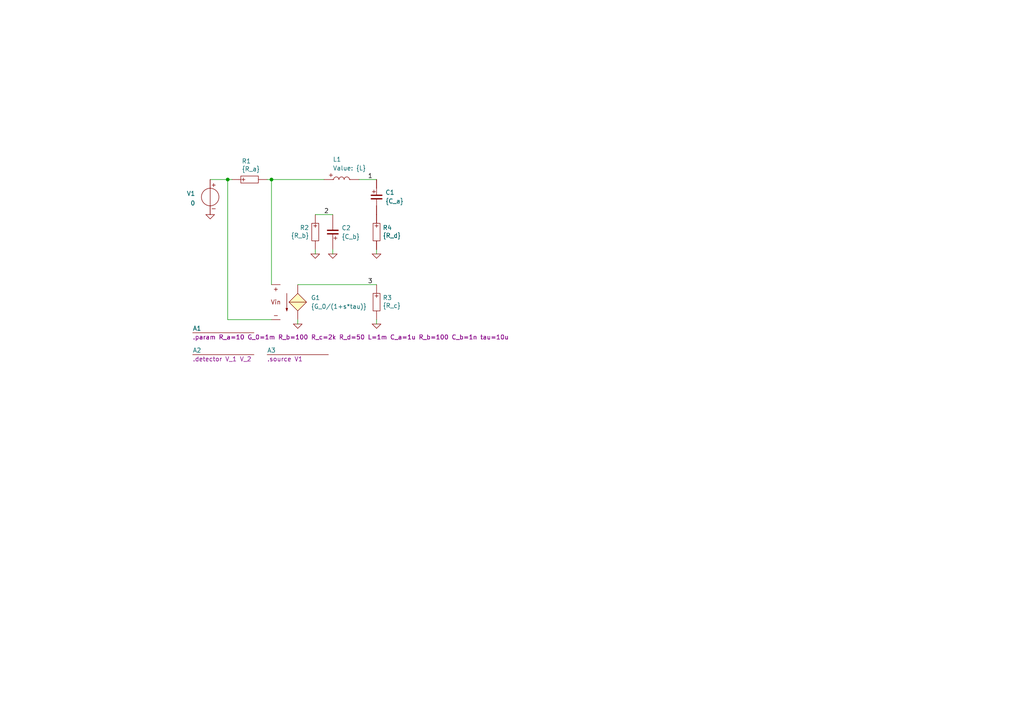
<source format=kicad_sch>
(kicad_sch (version 20250114) (generator "eeschema") (generator_version "9.0")
  (paper "A4")
  (title_block (title "myPassiveNetwork"))
  (lib_symbols
    (symbol "SLiCAP:C" (pin_numbers (hide yes)) (pin_names (offset 1.016) (hide yes))
      (property "Reference" "C?" (at 13.97 3.81 0))
      (property "Value" "{C}" (at 12.7 1.27 0) (show_name))
      (property "vinit" "0" (at 16.51 -1.27 0) (show_name))
      (symbol "C_0_0"
        (text "+" (at 9.398 1.651 0) (effects (font (size 1.27 1.27))))
        (pin passive line (at 10.16 5.08 270) (length 2.54) (name "2") (number "2"))
        (pin passive line (at 10.16 -5.08 90) (length 2.54) (name "1") (number "1"))
      )
      (symbol "C_0_1"
        (polyline (pts (xy 8.636 0.508) (xy 11.684 0.508)) (stroke (width 0.381)))
        (polyline (pts (xy 8.636 -0.508) (xy 11.684 -0.508)) (stroke (width 0.381)))
        (polyline (pts (xy 10.16 2.54) (xy 10.16 0.508)))
        (polyline (pts (xy 10.16 -2.54) (xy 10.16 -0.508)))
      )
    )
    (symbol "SLiCAP:Command" (pin_numbers (hide yes)) (pin_names (offset 0) (hide yes))
      (property "Reference" "A?" (at 0 1.27 0))
      (property "command" "?" (at 0 -1.905 0))
      (symbol "Command_0_1"
        (polyline (pts (xy 0 0) (xy 17.78 0)))
      )
    )
    (symbol "SLiCAP:G" (pin_numbers (hide yes)) (pin_names (offset 0) (hide yes))
      (property "Reference" "G?" (at 3.175 1.27 0))
      (property "Value" "?" (at 3.175 -1.27 0) (show_name))
      (symbol "G_0_0"
        (text "+" (at -6.35 3.81 0) (effects (font (size 1.27 1.27))))
        (text "-" (at -6.35 -3.81 0) (effects (font (size 1.27 1.27))))
        (pin power_out line (at 0 5.08 270) (length 2.54) (name "p") (number "1"))
      )
      (symbol "G_0_1"
        (polyline (pts (xy -3.175 -2.54) (xy -3.175 2.54)))
        (polyline (pts (xy -3.175 -2.54) (xy -3.429 -1.778) (xy -2.921 -1.778) (xy -3.175 -2.54)) (fill (type outline)))
        (polyline (pts (xy 2.54 0) (xy -2.54 0)))
      )
      (symbol "G_1_0"
        (pin power_out line (at 0 -5.08 90) (length 2.54) (name "outN") (number "2"))
      )
      (symbol "G_1_1"
        (polyline (pts (xy 0 2.54) (xy -2.54 0) (xy 0 -2.54) (xy 2.54 0) (xy 0 2.54)) (fill (type background)))
        (text "Vin" (at -6.35 0 0) (effects (font (size 1.27 1.27))))
        (pin input line (at -7.62 5.08 0) (length 2.54) (name "inp") (number "3"))
        (pin input line (at -7.62 -5.08 0) (length 2.54) (name "inN") (number "4"))
      )
    )
    (symbol "SLiCAP:L" (pin_numbers (hide yes)) (pin_names (offset 1.016) (hide yes))
      (property "Reference" "L?" (at 2.54 3.81 0))
      (property "Value" "?" (at 2.54 1.27 0) (show_name))
      (property "iinit" "0" (at 5.715 -1.27 0) (show_name))
      (symbol "L_0_0"
        (text "+" (at 1.27 3.175 0) (effects (font (size 1.27 1.27))))
      )
      (symbol "L_0_1"
        (arc (start 0 2.286) (mid 0.759 1.524) (end 0 0.762))
        (arc (start 0 0.762) (mid 0.759 0) (end 0 -0.762))
        (arc (start 0 -0.762) (mid 0.759 -1.524) (end 0 -2.286))
        (polyline (pts (xy 0 2.286) (xy 0 2.54)))
        (polyline (pts (xy 0 -2.54) (xy 0 -2.286)))
      )
      (symbol "L_1_0"
        (pin passive line (at 0 5.08 270) (length 2.54) (name "1") (number "1"))
        (pin passive line (at 0 -5.08 90) (length 2.54) (name "2") (number "2"))
      )
    )
    (symbol "SLiCAP:R" (pin_numbers (hide yes)) (pin_names (offset 1.016) (hide yes))
      (property "Reference" "R?" (at 12.065 3.81 0))
      (property "Value" "{R}" (at 12.065 1.905 0) (show_name))
      (property "noisetemp" "0" (at 12.065 0 0) (show_name))
      (property "noiseflow" "0" (at 25.4 0 0) (show_name))
      (property "dcvar" "0" (at 12.065 -1.905 0) (show_name))
      (property "dcvarlot" "0" (at 25.4 -1.905 0) (show_name))
      (symbol "R_0_0"
        (text "+" (at 10.16 1.905 0) (effects (font (size 1.27 1.27))))
        (pin passive line (at 10.16 5.08 270) (length 2.54) (name "2") (number "2"))
        (pin passive line (at 10.16 -5.08 90) (length 2.54) (name "1") (number "1"))
      )
      (symbol "R_0_1"
        (rectangle (start 9.144 2.54) (end 11.176 -2.54))
      )
    )
    (symbol "SLiCAP:V" (pin_numbers (hide yes)) (pin_names (offset 0) (hide yes))
      (property "Reference" "V?" (at 3.175 4.445 0))
      (property "Value" "{V}" (at 3.175 2.54 0) (show_name))
      (property "noise" "0" (at 3.175 -3.175 0) (show_name))
      (property "dc" "0" (at 3.175 0.635 0) (show_name))
      (property "dcvar" "0" (at 3.175 -1.27 0) (show_name))
      (symbol "V_0_0"
        (circle (center 0 0) (radius 2.54))
        (text "+" (at -1.016 3.556 0) (effects (font (size 1.27 1.27))))
        (text "-" (at -1.016 -3.302 0) (effects (font (size 1.27 1.27))))
        (pin power_out line (at 0 5.08 270) (length 2.54) (name "p") (number "1"))
        (pin power_out line (at 0 -5.08 90) (length 2.54) (name "n") (number "2"))
      )
      (symbol "V_0_1"
        (polyline (pts (xy 0 2.54) (xy 0 -2.54)))
      )
    )
    (symbol "Simulation_SPICE:0" (power) (pin_names (offset 0))
      (property "Value" "0" (at 0 -1.778 0))
      (symbol "0_0_1"
        (polyline (pts (xy -1.27 0) (xy 0 -1.27) (xy 1.27 0) (xy -1.27 0)))
      )
      (symbol "0_1_1"
        (pin power_in line (at 0 0 0) (length 0) (hide yes) (name "0") (number "1"))
      )
    )
  )
  (junction (at 78.74 52.07))
  (junction (at 66.04 52.07))
  (wire (pts (xy 66.04 52.07) (xy 66.04 92.71)))
  (wire (pts (xy 91.44 73.66) (xy 91.44 72.39)))
  (wire (pts (xy 109.22 73.66) (xy 109.22 72.39)))
  (wire (pts (xy 86.36 82.55) (xy 109.22 82.55)))
  (wire (pts (xy 66.04 52.07) (xy 67.31 52.07)))
  (wire (pts (xy 86.36 93.98) (xy 86.36 92.71)))
  (wire (pts (xy 78.74 52.07) (xy 78.74 82.55)))
  (wire (pts (xy 96.52 73.66) (xy 96.52 72.39)))
  (wire (pts (xy 109.22 52.07) (xy 104.14 52.07)))
  (wire (pts (xy 91.44 62.23) (xy 96.52 62.23)))
  (wire (pts (xy 109.22 93.98) (xy 109.22 92.71)))
  (wire (pts (xy 78.74 52.07) (xy 93.98 52.07)))
  (wire (pts (xy 66.04 92.71) (xy 78.74 92.71)))
  (wire (pts (xy 60.96 52.07) (xy 66.04 52.07)))
  (wire (pts (xy 77.47 52.07) (xy 78.74 52.07)))
  (label "2" (at 93.98 62.23 0))
  (label "3" (at 106.68 82.55 0))
  (label "1" (at 106.68 52.07 0))
  (symbol (lib_id "SLiCAP:R") (at 101.6 67.31 0) (mirror y) (unit 1)
    (property "Reference" "R2" (at 89.662 66.04 0) (effects (justify left)))
    (property "Value" "{R_b}" (at 89.662 68.326 0) (effects (justify left)))
    (property "model" "R" (effects (hide yes)))
    (property "noisetemp" "{T}" (effects (hide yes)))
    (property "noiseflow" "0" (effects (hide yes)))
    (property "dcvar" "{sigma_R1^2}" (effects (hide yes)))
    (property "dcvarlot" "0" (effects (hide yes)))
  )
  (symbol (lib_id "Simulation_SPICE:0") (at 86.36 93.98 0) (unit 1)
    (property "Reference" "#GND07" (effects (hide yes)))
    (property "Value" "0" (effects (hide yes)))
  )
  (symbol (lib_id "SLiCAP:C") (at 106.68 67.31 180) (unit 1)
    (property "Reference" "C2" (at 99.06 66.1062 0) (effects (justify right)))
    (property "Value" "{C_b}" (at 99.06 68.6462 0) (effects (justify right)))
    (property "model" "C" (effects (hide yes)))
    (property "vinit" "0" (effects (hide yes)))
  )
  (symbol (lib_id "Simulation_SPICE:0") (at 109.22 93.98 0) (unit 1)
    (property "Reference" "#GND05" (effects (hide yes)))
    (property "Value" "0" (effects (hide yes)))
  )
  (symbol (lib_id "SLiCAP:Command") (at 55.88 102.87 0) (unit 1)
    (property "Reference" "A2" (at 55.88 101.6 0) (effects (justify left)))
    (property "command" ".detector V_1 V_2" (at 55.88 104.14 0) (effects (justify left)))
  )
  (symbol (lib_id "SLiCAP:V") (at 60.96 57.15 0) (mirror y) (unit 1)
    (property "Reference" "V1" (at 56.642 56.134 0) (effects (justify left)))
    (property "Value" "0" (at 56.642 58.928 0) (effects (justify left)))
    (property "noise" "{S_v}" (effects (hide yes)))
    (property "dc" "{V_DC}" (effects (hide yes)))
    (property "dcvar" "{(sigma_V*V_DC)^2}" (effects (hide yes)))
    (property "model" "V" (effects (hide yes)))
  )
  (symbol (lib_id "SLiCAP:R") (at 99.06 87.63 0) (unit 1)
    (property "Reference" "R3" (at 110.998 86.36 0) (effects (justify left)))
    (property "Value" "{R_c}" (at 110.998 88.646 0) (effects (justify left)))
    (property "model" "R" (effects (hide yes)))
    (property "noisetemp" "{T}" (effects (hide yes)))
    (property "noiseflow" "0" (effects (hide yes)))
    (property "dcvar" "{sigma_R1^2}" (effects (hide yes)))
    (property "dcvarlot" "0" (effects (hide yes)))
  )
  (symbol (lib_id "SLiCAP:C") (at 99.06 57.15 0) (unit 1)
    (property "Reference" "C1" (at 111.76 55.8136 0) (effects (justify left)))
    (property "Value" "{C_a}" (at 111.76 58.3536 0) (effects (justify left)))
    (property "model" "C" (effects (hide yes)))
    (property "vinit" "0" (effects (hide yes)))
  )
  (symbol (lib_id "SLiCAP:G") (at 86.36 87.63 0) (unit 1)
    (property "Reference" "G1" (at 90.17 86.3599 0) (effects (justify left)))
    (property "Value" "{G_0/(1+s*tau)}" (at 90.17 88.8999 0) (effects (justify left)))
    (property "Description" "Voltage-controlled current source" (effects (hide yes)))
    (property "model" "G" (effects (hide yes)))
  )
  (symbol (lib_id "Simulation_SPICE:0") (at 60.96 62.23 0) (unit 1)
    (property "Reference" "#GND01" (effects (hide yes)))
    (property "Value" "0" (effects (hide yes)))
  )
  (symbol (lib_id "SLiCAP:R") (at 99.06 67.31 0) (unit 1)
    (property "Reference" "R4" (at 110.998 66.04 0) (effects (justify left)))
    (property "Value" "{R_d}" (at 110.998 68.326 0) (effects (justify left)))
    (property "model" "R" (effects (hide yes)))
    (property "noisetemp" "{T}" (effects (hide yes)))
    (property "noiseflow" "0" (effects (hide yes)))
    (property "dcvar" "{sigma_R1^2}" (effects (hide yes)))
    (property "dcvarlot" "0" (effects (hide yes)))
  )
  (symbol (lib_id "Simulation_SPICE:0") (at 109.22 73.66 0) (unit 1)
    (property "Reference" "#GND02" (effects (hide yes)))
    (property "Value" "0" (effects (hide yes)))
  )
  (symbol (lib_id "SLiCAP:Command") (at 77.47 102.87 0) (unit 1)
    (property "Reference" "A3" (at 77.47 101.6 0) (effects (justify left)))
    (property "command" ".source V1" (at 77.47 104.14 0) (effects (justify left)))
  )
  (symbol (lib_id "SLiCAP:Command") (at 55.88 96.52 0) (unit 1)
    (property "Reference" "A1" (at 55.88 95.25 0) (effects (justify left)))
    (property "command" ".param R_a=10 G_0=1m R_b=100 R_c=2k R_d=50 L=1m C_a=1u R_b=100 C_b=1n tau=10u" (at 55.88 97.79 0) (effects (justify left)))
  )
  (symbol (lib_id "SLiCAP:L") (at 99.06 52.07 90) (unit 1)
    (property "Reference" "L1" (at 96.52 46.228 90) (effects (justify right)))
    (property "Value" "{L}" (at 96.52 48.768 90) (show_name yes) (effects (justify right)))
    (property "Description" "Inductor" (effects (hide yes)))
    (property "model" "L" (effects (hide yes)))
    (property "iinit" "0" (effects (hide yes)))
  )
  (symbol (lib_id "Simulation_SPICE:0") (at 91.44 73.66 0) (unit 1)
    (property "Reference" "#GND04" (effects (hide yes)))
    (property "Value" "0" (effects (hide yes)))
  )
  (symbol (lib_id "SLiCAP:R") (at 72.39 62.23 90) (unit 1)
    (property "Reference" "R1" (at 70.104 46.736 90) (effects (justify right)))
    (property "Value" "{R_a}" (at 70.104 49.022 90) (effects (justify right)))
    (property "model" "R" (effects (hide yes)))
    (property "noisetemp" "{T}" (effects (hide yes)))
    (property "noiseflow" "0" (effects (hide yes)))
    (property "dcvar" "{sigma_R1^2}" (effects (hide yes)))
    (property "dcvarlot" "0" (effects (hide yes)))
  )
  (symbol (lib_id "Simulation_SPICE:0") (at 96.52 73.66 0) (unit 1)
    (property "Reference" "#GND03" (effects (hide yes)))
    (property "Value" "0" (effects (hide yes)))
  )
)
</source>
